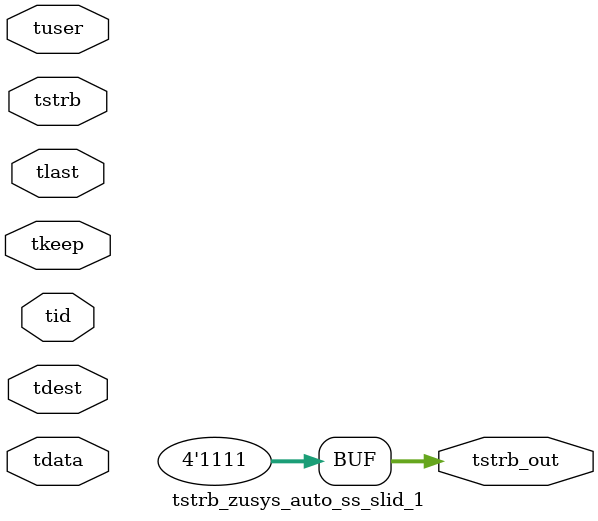
<source format=v>


`timescale 1ps/1ps

module tstrb_zusys_auto_ss_slid_1 #
(
parameter C_S_AXIS_TDATA_WIDTH = 32,
parameter C_S_AXIS_TUSER_WIDTH = 0,
parameter C_S_AXIS_TID_WIDTH   = 0,
parameter C_S_AXIS_TDEST_WIDTH = 0,
parameter C_M_AXIS_TDATA_WIDTH = 32
)
(
input  [(C_S_AXIS_TDATA_WIDTH == 0 ? 1 : C_S_AXIS_TDATA_WIDTH)-1:0     ] tdata,
input  [(C_S_AXIS_TUSER_WIDTH == 0 ? 1 : C_S_AXIS_TUSER_WIDTH)-1:0     ] tuser,
input  [(C_S_AXIS_TID_WIDTH   == 0 ? 1 : C_S_AXIS_TID_WIDTH)-1:0       ] tid,
input  [(C_S_AXIS_TDEST_WIDTH == 0 ? 1 : C_S_AXIS_TDEST_WIDTH)-1:0     ] tdest,
input  [(C_S_AXIS_TDATA_WIDTH/8)-1:0 ] tkeep,
input  [(C_S_AXIS_TDATA_WIDTH/8)-1:0 ] tstrb,
input                                                                    tlast,
output [(C_M_AXIS_TDATA_WIDTH/8)-1:0 ] tstrb_out
);

assign tstrb_out = {4'b1111};

endmodule


</source>
